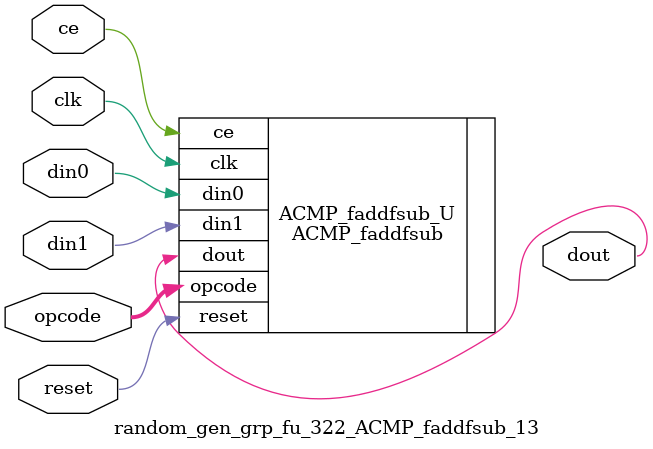
<source format=v>

`timescale 1 ns / 1 ps
module random_gen_grp_fu_322_ACMP_faddfsub_13(
    clk,
    reset,
    ce,
    din0,
    din1,
    opcode,
    dout);

parameter ID = 32'd1;
parameter NUM_STAGE = 32'd1;
parameter din0_WIDTH = 32'd1;
parameter din1_WIDTH = 32'd1;
parameter dout_WIDTH = 32'd1;
input clk;
input reset;
input ce;
input[din0_WIDTH - 1:0] din0;
input[din1_WIDTH - 1:0] din1;
input[2 - 1:0] opcode;
output[dout_WIDTH - 1:0] dout;



ACMP_faddfsub #(
.ID( ID ),
.NUM_STAGE( 5 ),
.din0_WIDTH( din0_WIDTH ),
.din1_WIDTH( din1_WIDTH ),
.dout_WIDTH( dout_WIDTH ))
ACMP_faddfsub_U(
    .clk( clk ),
    .reset( reset ),
    .ce( ce ),
    .din0( din0 ),
    .din1( din1 ),
    .dout( dout ),
    .opcode( opcode ));

endmodule

</source>
